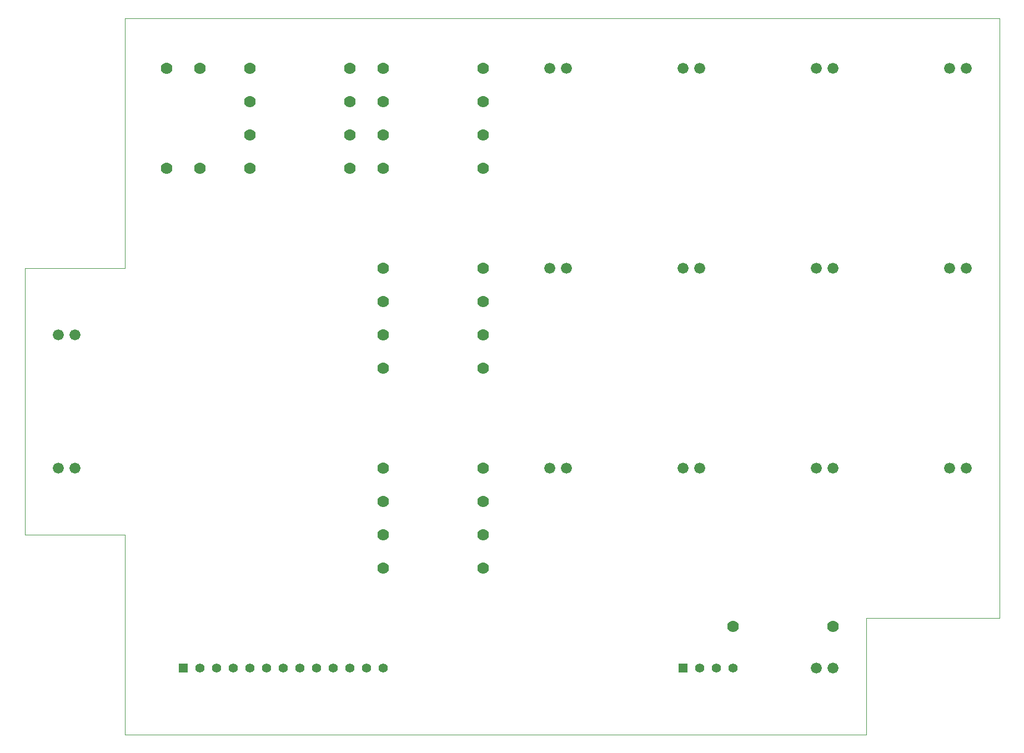
<source format=gbr>
G04 #@! TF.FileFunction,Soldermask,Top*
%FSLAX46Y46*%
G04 Gerber Fmt 4.6, Leading zero omitted, Abs format (unit mm)*
G04 Created by KiCad (PCBNEW 4.0.5+dfsg1-4+deb9u1) date Tue Sep 27 18:48:32 2022*
%MOMM*%
%LPD*%
G01*
G04 APERTURE LIST*
%ADD10C,0.100000*%
%ADD11C,1.778000*%
%ADD12C,1.676400*%
%ADD13R,1.397000X1.397000*%
%ADD14C,1.397000*%
G04 APERTURE END LIST*
D10*
X64770000Y-123190000D02*
X80010000Y-123190000D01*
X64770000Y-82550000D02*
X64770000Y-123190000D01*
X80010000Y-82550000D02*
X64770000Y-82550000D01*
X80010000Y-153670000D02*
X80010000Y-123190000D01*
X193040000Y-153670000D02*
X80010000Y-153670000D01*
X193040000Y-135890000D02*
X193040000Y-153670000D01*
X213360000Y-135890000D02*
X193040000Y-135890000D01*
X213360000Y-44450000D02*
X213360000Y-135890000D01*
X80010000Y-44450000D02*
X213360000Y-44450000D01*
X80010000Y-82550000D02*
X80010000Y-44450000D01*
D11*
X86360000Y-67310000D03*
X86360000Y-52070000D03*
X91440000Y-67310000D03*
X91440000Y-52070000D03*
X119380000Y-118110000D03*
X134620000Y-118110000D03*
X119380000Y-113030000D03*
X134620000Y-113030000D03*
X119380000Y-123190000D03*
X134620000Y-123190000D03*
X119380000Y-128270000D03*
X134620000Y-128270000D03*
D12*
X187960000Y-143510000D03*
X185420000Y-143510000D03*
D11*
X119380000Y-97790000D03*
X134620000Y-97790000D03*
X119380000Y-92710000D03*
X134620000Y-92710000D03*
X119380000Y-82550000D03*
X134620000Y-82550000D03*
X119380000Y-87630000D03*
X134620000Y-87630000D03*
D12*
X147320000Y-52070000D03*
X144780000Y-52070000D03*
X167640000Y-52070000D03*
X165100000Y-52070000D03*
X187960000Y-52070000D03*
X185420000Y-52070000D03*
X208280000Y-52070000D03*
X205740000Y-52070000D03*
X208280000Y-82550000D03*
X205740000Y-82550000D03*
X187960000Y-82550000D03*
X185420000Y-82550000D03*
X167640000Y-82550000D03*
X165100000Y-82550000D03*
X147320000Y-82550000D03*
X144780000Y-82550000D03*
D11*
X99060000Y-57150000D03*
X114300000Y-57150000D03*
X119380000Y-57150000D03*
X134620000Y-57150000D03*
X119380000Y-52070000D03*
X134620000Y-52070000D03*
X99060000Y-52070000D03*
X114300000Y-52070000D03*
X99060000Y-62230000D03*
X114300000Y-62230000D03*
X119380000Y-62230000D03*
X134620000Y-62230000D03*
D12*
X72390000Y-92710000D03*
X69850000Y-92710000D03*
X72390000Y-113030000D03*
X69850000Y-113030000D03*
X147320000Y-113030000D03*
X144780000Y-113030000D03*
D11*
X119380000Y-67310000D03*
X134620000Y-67310000D03*
X99060000Y-67310000D03*
X114300000Y-67310000D03*
D12*
X167640000Y-113030000D03*
X165100000Y-113030000D03*
X187960000Y-113030000D03*
X185420000Y-113030000D03*
X208280000Y-113030000D03*
X205740000Y-113030000D03*
D13*
X88900000Y-143510000D03*
D14*
X91440000Y-143510000D03*
X93980000Y-143510000D03*
X96520000Y-143510000D03*
X99060000Y-143510000D03*
X101600000Y-143510000D03*
X104140000Y-143510000D03*
X106680000Y-143510000D03*
X109220000Y-143510000D03*
X111760000Y-143510000D03*
X114300000Y-143510000D03*
X116840000Y-143510000D03*
X119380000Y-143510000D03*
D13*
X165100000Y-143510000D03*
D14*
X167640000Y-143510000D03*
X170180000Y-143510000D03*
X172720000Y-143510000D03*
D11*
X172720000Y-137160000D03*
X187960000Y-137160000D03*
M02*

</source>
